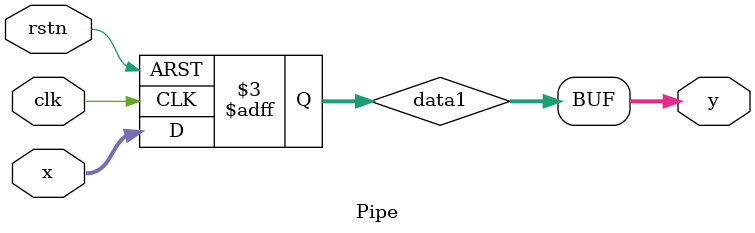
<source format=v>
module Pipe #(parameter NUM = 0, parameter WIDTH = 8) (
	input												clk, rstn,
	input		[WIDTH-1:0]					x,
	output	[(NUM+1)*WIDTH-1:0]	y
);

reg [(NUM+1)*WIDTH-1:0]	data1;
reg [NUM*WIDTH-1:0]			data2;
genvar i;
generate 
	for (i = 0; i < NUM; i = i + 1) begin
		always @(*) begin
			data2[(i+1)*WIDTH-1:i*WIDTH] = data1[(i+2)*WIDTH-1:(i+1)*WIDTH];
		end
	end
endgenerate


always @(posedge clk, negedge rstn) begin
	if (!rstn)	begin
		data1 <= 0;
		data2 <= 0;
	end
	else if (clk) begin
		data1[(NUM+1)*WIDTH-1:NUM*WIDTH] <= x;
		if (NUM != 0) data1[NUM*WIDTH-1:0] <= data2;
	end
end

assign y = data1;
endmodule

</source>
